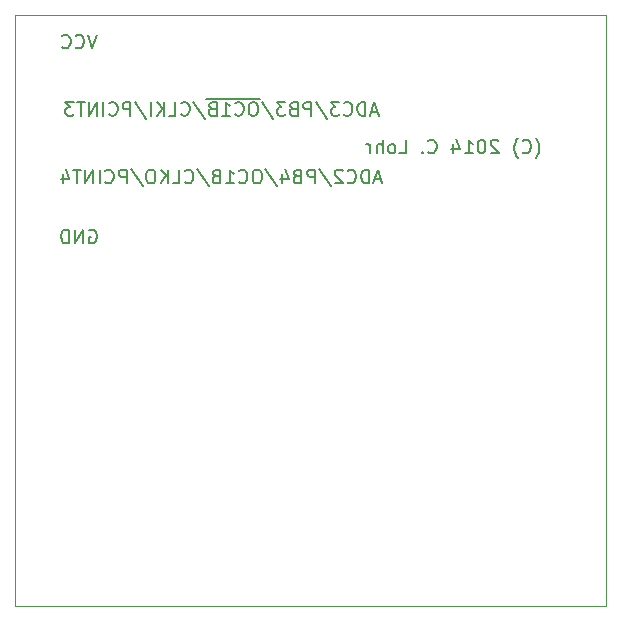
<source format=gbo>
G04 (created by PCBNEW (2013-jul-07)-stable) date Wed 08 Apr 2015 02:36:29 PM EDT*
%MOIN*%
G04 Gerber Fmt 3.4, Leading zero omitted, Abs format*
%FSLAX34Y34*%
G01*
G70*
G90*
G04 APERTURE LIST*
%ADD10C,0.00590551*%
%ADD11C,0.00393701*%
%ADD12C,0.0075*%
G04 APERTURE END LIST*
G54D10*
G54D11*
X48818Y-39763D02*
X48818Y-20078D01*
X29133Y-39763D02*
X48818Y-39763D01*
X29133Y-20078D02*
X29133Y-39763D01*
X48818Y-20078D02*
X29133Y-20078D01*
G54D12*
X31850Y-20732D02*
X31700Y-21182D01*
X31550Y-20732D01*
X31142Y-21139D02*
X31164Y-21160D01*
X31228Y-21182D01*
X31271Y-21182D01*
X31335Y-21160D01*
X31378Y-21117D01*
X31400Y-21075D01*
X31421Y-20989D01*
X31421Y-20925D01*
X31400Y-20839D01*
X31378Y-20796D01*
X31335Y-20753D01*
X31271Y-20732D01*
X31228Y-20732D01*
X31164Y-20753D01*
X31142Y-20775D01*
X30692Y-21139D02*
X30714Y-21160D01*
X30778Y-21182D01*
X30821Y-21182D01*
X30885Y-21160D01*
X30928Y-21117D01*
X30950Y-21075D01*
X30971Y-20989D01*
X30971Y-20925D01*
X30950Y-20839D01*
X30928Y-20796D01*
X30885Y-20753D01*
X30821Y-20732D01*
X30778Y-20732D01*
X30714Y-20753D01*
X30692Y-20775D01*
X41196Y-23303D02*
X40982Y-23303D01*
X41239Y-23432D02*
X41089Y-22982D01*
X40939Y-23432D01*
X40789Y-23432D02*
X40789Y-22982D01*
X40682Y-22982D01*
X40617Y-23003D01*
X40575Y-23046D01*
X40553Y-23089D01*
X40532Y-23175D01*
X40532Y-23239D01*
X40553Y-23325D01*
X40575Y-23367D01*
X40617Y-23410D01*
X40682Y-23432D01*
X40789Y-23432D01*
X40082Y-23389D02*
X40103Y-23410D01*
X40167Y-23432D01*
X40210Y-23432D01*
X40275Y-23410D01*
X40317Y-23367D01*
X40339Y-23325D01*
X40360Y-23239D01*
X40360Y-23175D01*
X40339Y-23089D01*
X40317Y-23046D01*
X40275Y-23003D01*
X40210Y-22982D01*
X40167Y-22982D01*
X40103Y-23003D01*
X40082Y-23025D01*
X39932Y-22982D02*
X39653Y-22982D01*
X39803Y-23153D01*
X39739Y-23153D01*
X39696Y-23175D01*
X39675Y-23196D01*
X39653Y-23239D01*
X39653Y-23346D01*
X39675Y-23389D01*
X39696Y-23410D01*
X39739Y-23432D01*
X39867Y-23432D01*
X39910Y-23410D01*
X39932Y-23389D01*
X39139Y-22960D02*
X39525Y-23539D01*
X38989Y-23432D02*
X38989Y-22982D01*
X38817Y-22982D01*
X38775Y-23003D01*
X38753Y-23025D01*
X38732Y-23067D01*
X38732Y-23132D01*
X38753Y-23175D01*
X38775Y-23196D01*
X38817Y-23217D01*
X38989Y-23217D01*
X38389Y-23196D02*
X38325Y-23217D01*
X38303Y-23239D01*
X38282Y-23282D01*
X38282Y-23346D01*
X38303Y-23389D01*
X38325Y-23410D01*
X38367Y-23432D01*
X38539Y-23432D01*
X38539Y-22982D01*
X38389Y-22982D01*
X38346Y-23003D01*
X38325Y-23025D01*
X38303Y-23067D01*
X38303Y-23110D01*
X38325Y-23153D01*
X38346Y-23175D01*
X38389Y-23196D01*
X38539Y-23196D01*
X38132Y-22982D02*
X37853Y-22982D01*
X38003Y-23153D01*
X37939Y-23153D01*
X37896Y-23175D01*
X37875Y-23196D01*
X37853Y-23239D01*
X37853Y-23346D01*
X37875Y-23389D01*
X37896Y-23410D01*
X37939Y-23432D01*
X38067Y-23432D01*
X38110Y-23410D01*
X38132Y-23389D01*
X37339Y-22960D02*
X37725Y-23539D01*
X37103Y-22982D02*
X37017Y-22982D01*
X36975Y-23003D01*
X36932Y-23046D01*
X36910Y-23132D01*
X36910Y-23282D01*
X36932Y-23367D01*
X36975Y-23410D01*
X37017Y-23432D01*
X37103Y-23432D01*
X37146Y-23410D01*
X37189Y-23367D01*
X37210Y-23282D01*
X37210Y-23132D01*
X37189Y-23046D01*
X37146Y-23003D01*
X37103Y-22982D01*
X36460Y-23389D02*
X36482Y-23410D01*
X36546Y-23432D01*
X36589Y-23432D01*
X36653Y-23410D01*
X36696Y-23367D01*
X36717Y-23325D01*
X36739Y-23239D01*
X36739Y-23175D01*
X36717Y-23089D01*
X36696Y-23046D01*
X36653Y-23003D01*
X36589Y-22982D01*
X36546Y-22982D01*
X36482Y-23003D01*
X36460Y-23025D01*
X36032Y-23432D02*
X36289Y-23432D01*
X36160Y-23432D02*
X36160Y-22982D01*
X36203Y-23046D01*
X36246Y-23089D01*
X36289Y-23110D01*
X35689Y-23196D02*
X35625Y-23217D01*
X35603Y-23239D01*
X35582Y-23282D01*
X35582Y-23346D01*
X35603Y-23389D01*
X35625Y-23410D01*
X35667Y-23432D01*
X35839Y-23432D01*
X35839Y-22982D01*
X35689Y-22982D01*
X35646Y-23003D01*
X35625Y-23025D01*
X35603Y-23067D01*
X35603Y-23110D01*
X35625Y-23153D01*
X35646Y-23175D01*
X35689Y-23196D01*
X35839Y-23196D01*
X37296Y-22867D02*
X35496Y-22867D01*
X35067Y-22960D02*
X35453Y-23539D01*
X34660Y-23389D02*
X34682Y-23410D01*
X34746Y-23432D01*
X34789Y-23432D01*
X34853Y-23410D01*
X34896Y-23367D01*
X34917Y-23325D01*
X34939Y-23239D01*
X34939Y-23175D01*
X34917Y-23089D01*
X34896Y-23046D01*
X34853Y-23003D01*
X34789Y-22982D01*
X34746Y-22982D01*
X34682Y-23003D01*
X34660Y-23025D01*
X34253Y-23432D02*
X34467Y-23432D01*
X34467Y-22982D01*
X34103Y-23432D02*
X34103Y-22982D01*
X33846Y-23432D02*
X34039Y-23175D01*
X33846Y-22982D02*
X34103Y-23239D01*
X33653Y-23432D02*
X33653Y-22982D01*
X33117Y-22960D02*
X33503Y-23539D01*
X32967Y-23432D02*
X32967Y-22982D01*
X32796Y-22982D01*
X32753Y-23003D01*
X32732Y-23025D01*
X32710Y-23067D01*
X32710Y-23132D01*
X32732Y-23175D01*
X32753Y-23196D01*
X32796Y-23217D01*
X32967Y-23217D01*
X32260Y-23389D02*
X32282Y-23410D01*
X32346Y-23432D01*
X32389Y-23432D01*
X32453Y-23410D01*
X32496Y-23367D01*
X32517Y-23325D01*
X32539Y-23239D01*
X32539Y-23175D01*
X32517Y-23089D01*
X32496Y-23046D01*
X32453Y-23003D01*
X32389Y-22982D01*
X32346Y-22982D01*
X32282Y-23003D01*
X32260Y-23025D01*
X32067Y-23432D02*
X32067Y-22982D01*
X31853Y-23432D02*
X31853Y-22982D01*
X31596Y-23432D01*
X31596Y-22982D01*
X31446Y-22982D02*
X31189Y-22982D01*
X31317Y-23432D02*
X31317Y-22982D01*
X31082Y-22982D02*
X30803Y-22982D01*
X30953Y-23153D01*
X30889Y-23153D01*
X30846Y-23175D01*
X30824Y-23196D01*
X30803Y-23239D01*
X30803Y-23346D01*
X30824Y-23389D01*
X30846Y-23410D01*
X30889Y-23432D01*
X31017Y-23432D01*
X31060Y-23410D01*
X31082Y-23389D01*
X41325Y-25553D02*
X41110Y-25553D01*
X41367Y-25682D02*
X41217Y-25232D01*
X41067Y-25682D01*
X40917Y-25682D02*
X40917Y-25232D01*
X40810Y-25232D01*
X40746Y-25253D01*
X40703Y-25296D01*
X40682Y-25339D01*
X40660Y-25425D01*
X40660Y-25489D01*
X40682Y-25575D01*
X40703Y-25617D01*
X40746Y-25660D01*
X40810Y-25682D01*
X40917Y-25682D01*
X40210Y-25639D02*
X40232Y-25660D01*
X40296Y-25682D01*
X40339Y-25682D01*
X40403Y-25660D01*
X40446Y-25617D01*
X40467Y-25575D01*
X40489Y-25489D01*
X40489Y-25425D01*
X40467Y-25339D01*
X40446Y-25296D01*
X40403Y-25253D01*
X40339Y-25232D01*
X40296Y-25232D01*
X40232Y-25253D01*
X40210Y-25275D01*
X40039Y-25275D02*
X40017Y-25253D01*
X39975Y-25232D01*
X39867Y-25232D01*
X39825Y-25253D01*
X39803Y-25275D01*
X39782Y-25317D01*
X39782Y-25360D01*
X39803Y-25425D01*
X40060Y-25682D01*
X39782Y-25682D01*
X39267Y-25210D02*
X39653Y-25789D01*
X39117Y-25682D02*
X39117Y-25232D01*
X38946Y-25232D01*
X38903Y-25253D01*
X38882Y-25275D01*
X38860Y-25317D01*
X38860Y-25382D01*
X38882Y-25425D01*
X38903Y-25446D01*
X38946Y-25467D01*
X39117Y-25467D01*
X38517Y-25446D02*
X38453Y-25467D01*
X38432Y-25489D01*
X38410Y-25532D01*
X38410Y-25596D01*
X38432Y-25639D01*
X38453Y-25660D01*
X38496Y-25682D01*
X38667Y-25682D01*
X38667Y-25232D01*
X38517Y-25232D01*
X38475Y-25253D01*
X38453Y-25275D01*
X38432Y-25317D01*
X38432Y-25360D01*
X38453Y-25403D01*
X38475Y-25425D01*
X38517Y-25446D01*
X38667Y-25446D01*
X38025Y-25382D02*
X38025Y-25682D01*
X38132Y-25210D02*
X38239Y-25532D01*
X37960Y-25532D01*
X37467Y-25210D02*
X37853Y-25789D01*
X37232Y-25232D02*
X37146Y-25232D01*
X37103Y-25253D01*
X37060Y-25296D01*
X37039Y-25382D01*
X37039Y-25532D01*
X37060Y-25617D01*
X37103Y-25660D01*
X37146Y-25682D01*
X37232Y-25682D01*
X37275Y-25660D01*
X37317Y-25617D01*
X37339Y-25532D01*
X37339Y-25382D01*
X37317Y-25296D01*
X37275Y-25253D01*
X37232Y-25232D01*
X36589Y-25639D02*
X36610Y-25660D01*
X36675Y-25682D01*
X36717Y-25682D01*
X36782Y-25660D01*
X36825Y-25617D01*
X36846Y-25575D01*
X36867Y-25489D01*
X36867Y-25425D01*
X36846Y-25339D01*
X36825Y-25296D01*
X36782Y-25253D01*
X36717Y-25232D01*
X36675Y-25232D01*
X36610Y-25253D01*
X36589Y-25275D01*
X36160Y-25682D02*
X36417Y-25682D01*
X36289Y-25682D02*
X36289Y-25232D01*
X36332Y-25296D01*
X36375Y-25339D01*
X36417Y-25360D01*
X35817Y-25446D02*
X35753Y-25467D01*
X35732Y-25489D01*
X35710Y-25532D01*
X35710Y-25596D01*
X35732Y-25639D01*
X35753Y-25660D01*
X35796Y-25682D01*
X35967Y-25682D01*
X35967Y-25232D01*
X35817Y-25232D01*
X35775Y-25253D01*
X35753Y-25275D01*
X35732Y-25317D01*
X35732Y-25360D01*
X35753Y-25403D01*
X35775Y-25425D01*
X35817Y-25446D01*
X35967Y-25446D01*
X35196Y-25210D02*
X35582Y-25789D01*
X34789Y-25639D02*
X34810Y-25660D01*
X34875Y-25682D01*
X34917Y-25682D01*
X34982Y-25660D01*
X35025Y-25617D01*
X35046Y-25575D01*
X35067Y-25489D01*
X35067Y-25425D01*
X35046Y-25339D01*
X35025Y-25296D01*
X34982Y-25253D01*
X34917Y-25232D01*
X34875Y-25232D01*
X34810Y-25253D01*
X34789Y-25275D01*
X34382Y-25682D02*
X34596Y-25682D01*
X34596Y-25232D01*
X34232Y-25682D02*
X34232Y-25232D01*
X33975Y-25682D02*
X34167Y-25425D01*
X33975Y-25232D02*
X34232Y-25489D01*
X33696Y-25232D02*
X33610Y-25232D01*
X33567Y-25253D01*
X33525Y-25296D01*
X33503Y-25382D01*
X33503Y-25532D01*
X33525Y-25617D01*
X33567Y-25660D01*
X33610Y-25682D01*
X33696Y-25682D01*
X33739Y-25660D01*
X33782Y-25617D01*
X33803Y-25532D01*
X33803Y-25382D01*
X33782Y-25296D01*
X33739Y-25253D01*
X33696Y-25232D01*
X32989Y-25210D02*
X33375Y-25789D01*
X32839Y-25682D02*
X32839Y-25232D01*
X32667Y-25232D01*
X32624Y-25253D01*
X32603Y-25275D01*
X32582Y-25317D01*
X32582Y-25382D01*
X32603Y-25425D01*
X32624Y-25446D01*
X32667Y-25467D01*
X32839Y-25467D01*
X32132Y-25639D02*
X32153Y-25660D01*
X32217Y-25682D01*
X32260Y-25682D01*
X32324Y-25660D01*
X32367Y-25617D01*
X32389Y-25575D01*
X32410Y-25489D01*
X32410Y-25425D01*
X32389Y-25339D01*
X32367Y-25296D01*
X32324Y-25253D01*
X32260Y-25232D01*
X32217Y-25232D01*
X32153Y-25253D01*
X32132Y-25275D01*
X31939Y-25682D02*
X31939Y-25232D01*
X31724Y-25682D02*
X31724Y-25232D01*
X31467Y-25682D01*
X31467Y-25232D01*
X31317Y-25232D02*
X31060Y-25232D01*
X31189Y-25682D02*
X31189Y-25232D01*
X30717Y-25382D02*
X30717Y-25682D01*
X30824Y-25210D02*
X30932Y-25532D01*
X30653Y-25532D01*
X31592Y-27253D02*
X31635Y-27232D01*
X31700Y-27232D01*
X31764Y-27253D01*
X31807Y-27296D01*
X31828Y-27339D01*
X31850Y-27425D01*
X31850Y-27489D01*
X31828Y-27575D01*
X31807Y-27617D01*
X31764Y-27660D01*
X31700Y-27682D01*
X31657Y-27682D01*
X31592Y-27660D01*
X31571Y-27639D01*
X31571Y-27489D01*
X31657Y-27489D01*
X31378Y-27682D02*
X31378Y-27232D01*
X31121Y-27682D01*
X31121Y-27232D01*
X30907Y-27682D02*
X30907Y-27232D01*
X30799Y-27232D01*
X30735Y-27253D01*
X30692Y-27296D01*
X30671Y-27339D01*
X30649Y-27425D01*
X30649Y-27489D01*
X30671Y-27575D01*
X30692Y-27617D01*
X30735Y-27660D01*
X30799Y-27682D01*
X30907Y-27682D01*
X46471Y-24853D02*
X46492Y-24832D01*
X46535Y-24767D01*
X46557Y-24725D01*
X46578Y-24660D01*
X46599Y-24553D01*
X46599Y-24467D01*
X46578Y-24360D01*
X46557Y-24296D01*
X46535Y-24253D01*
X46492Y-24189D01*
X46471Y-24167D01*
X46042Y-24639D02*
X46064Y-24660D01*
X46128Y-24682D01*
X46171Y-24682D01*
X46235Y-24660D01*
X46278Y-24617D01*
X46299Y-24575D01*
X46321Y-24489D01*
X46321Y-24425D01*
X46299Y-24339D01*
X46278Y-24296D01*
X46235Y-24253D01*
X46171Y-24232D01*
X46128Y-24232D01*
X46064Y-24253D01*
X46042Y-24275D01*
X45892Y-24853D02*
X45871Y-24832D01*
X45828Y-24767D01*
X45807Y-24725D01*
X45785Y-24660D01*
X45764Y-24553D01*
X45764Y-24467D01*
X45785Y-24360D01*
X45807Y-24296D01*
X45828Y-24253D01*
X45871Y-24189D01*
X45892Y-24167D01*
X45228Y-24275D02*
X45207Y-24253D01*
X45164Y-24232D01*
X45057Y-24232D01*
X45014Y-24253D01*
X44992Y-24275D01*
X44971Y-24317D01*
X44971Y-24360D01*
X44992Y-24425D01*
X45249Y-24682D01*
X44971Y-24682D01*
X44692Y-24232D02*
X44650Y-24232D01*
X44607Y-24253D01*
X44585Y-24275D01*
X44564Y-24317D01*
X44542Y-24403D01*
X44542Y-24510D01*
X44564Y-24596D01*
X44585Y-24639D01*
X44607Y-24660D01*
X44650Y-24682D01*
X44692Y-24682D01*
X44735Y-24660D01*
X44757Y-24639D01*
X44778Y-24596D01*
X44800Y-24510D01*
X44800Y-24403D01*
X44778Y-24317D01*
X44757Y-24275D01*
X44735Y-24253D01*
X44692Y-24232D01*
X44114Y-24682D02*
X44371Y-24682D01*
X44242Y-24682D02*
X44242Y-24232D01*
X44285Y-24296D01*
X44328Y-24339D01*
X44371Y-24360D01*
X43728Y-24382D02*
X43728Y-24682D01*
X43835Y-24210D02*
X43942Y-24532D01*
X43664Y-24532D01*
X42892Y-24639D02*
X42914Y-24660D01*
X42978Y-24682D01*
X43021Y-24682D01*
X43085Y-24660D01*
X43128Y-24617D01*
X43150Y-24575D01*
X43171Y-24489D01*
X43171Y-24425D01*
X43150Y-24339D01*
X43128Y-24296D01*
X43085Y-24253D01*
X43021Y-24232D01*
X42978Y-24232D01*
X42914Y-24253D01*
X42892Y-24275D01*
X42700Y-24639D02*
X42678Y-24660D01*
X42700Y-24682D01*
X42721Y-24660D01*
X42700Y-24639D01*
X42700Y-24682D01*
X41928Y-24682D02*
X42142Y-24682D01*
X42142Y-24232D01*
X41714Y-24682D02*
X41757Y-24660D01*
X41778Y-24639D01*
X41800Y-24596D01*
X41800Y-24467D01*
X41778Y-24425D01*
X41757Y-24403D01*
X41714Y-24382D01*
X41650Y-24382D01*
X41607Y-24403D01*
X41585Y-24425D01*
X41564Y-24467D01*
X41564Y-24596D01*
X41585Y-24639D01*
X41607Y-24660D01*
X41650Y-24682D01*
X41714Y-24682D01*
X41371Y-24682D02*
X41371Y-24232D01*
X41178Y-24682D02*
X41178Y-24446D01*
X41200Y-24403D01*
X41242Y-24382D01*
X41307Y-24382D01*
X41350Y-24403D01*
X41371Y-24425D01*
X40964Y-24682D02*
X40964Y-24382D01*
X40964Y-24467D02*
X40942Y-24425D01*
X40921Y-24403D01*
X40878Y-24382D01*
X40835Y-24382D01*
M02*

</source>
